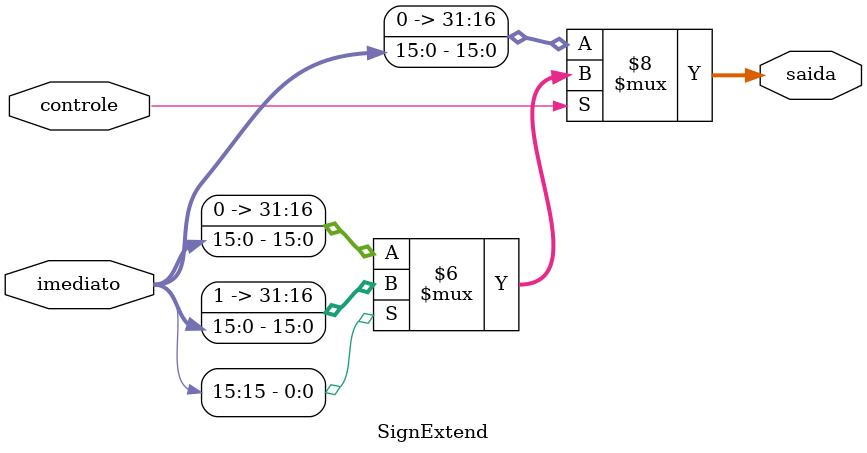
<source format=v>
/*
 Alunos: Washington Pagotto Batista, Pedro kenndy e Ivan Rios
 Universidade Estadual de Feira de Santana 2017.1
 TEC499 - MI - Sistemas Digitais

 Modulo: SIng_ex-32.v
 Descrição: Modulo criado para quinto estagio da pipeline 
 Entradas:
    
    imediato: 32-bit value
	controle: 1 bit
	
 Saida:
    saida 1: extend o valor de entrada para 31
*/
module SignExtend(
	input [15:0] imediato,
	input controle,
	output reg [31:0] saida
);

	always @(*) begin
			if(controle==1)begin

			if(imediato[15]==1'b0)begin
				saida[31:0] <= {{16'b0},imediato[15:0]};
			end
			else begin
				saida[31:0] <= {{16'b1111111111111111},imediato[15:0]};
			end

		end

		else begin
			saida[31:0] <= {{16{1'b0}},imediato[15:0]};
		end
	end
endmodule 

</source>
